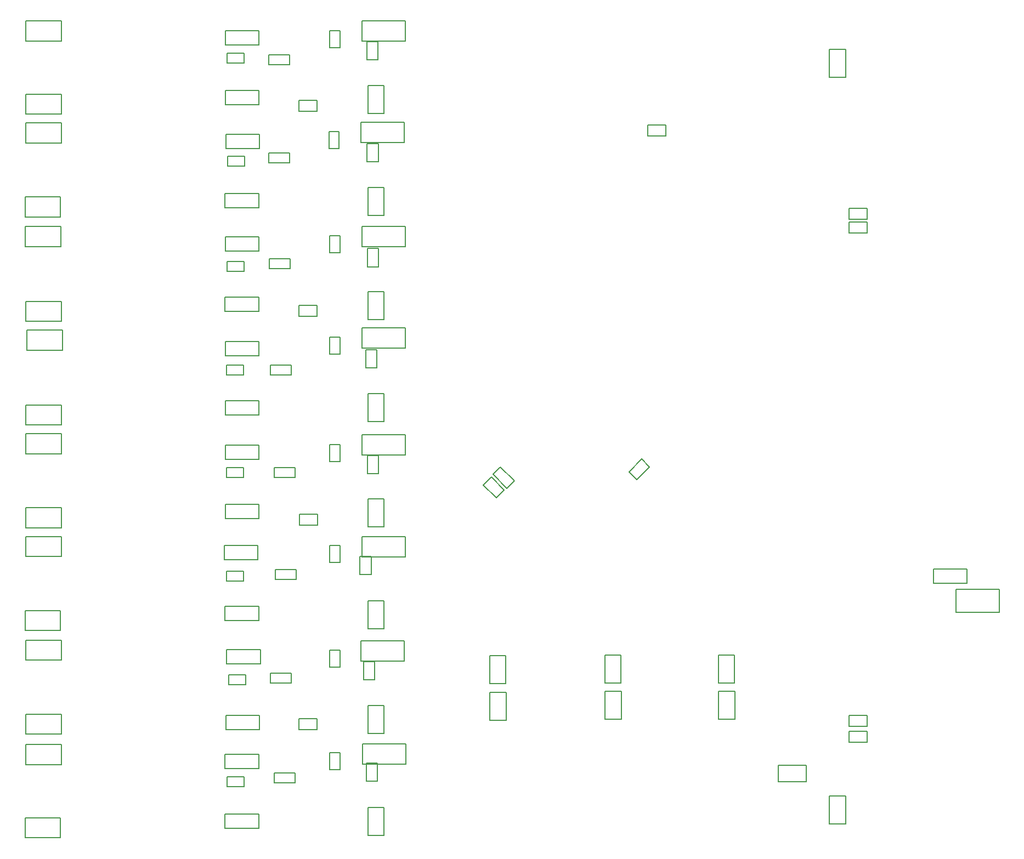
<source format=gbr>
%TF.GenerationSoftware,Altium Limited,Altium Designer,21.6.4 (81)*%
G04 Layer_Color=32768*
%FSLAX43Y43*%
%MOMM*%
%TF.SameCoordinates,95A2699C-722C-4572-8EE5-7BEA9F810E30*%
%TF.FilePolarity,Positive*%
%TF.FileFunction,Other,Bottom_Courtyard*%
%TF.Part,Single*%
G01*
G75*
%TA.AperFunction,NonConductor*%
%ADD94C,0.200*%
D94*
X-108117Y30174D02*
X-106417D01*
X-108117D02*
Y32974D01*
X-106417D01*
Y30174D02*
Y32974D01*
X-118113Y117982D02*
X-115313D01*
Y119682D01*
X-118113D02*
X-115313D01*
X-118113Y117982D02*
Y119682D01*
Y22478D02*
X-115313D01*
Y24178D01*
X-118113D02*
X-115313D01*
X-118113Y22478D02*
Y24178D01*
X-88149Y61923D02*
X-85992Y59766D01*
X-84825Y60933D01*
X-86982Y63090D02*
X-84825Y60933D01*
X-88149Y61923D02*
X-86982Y63090D01*
X-105832Y62022D02*
Y64822D01*
X-107532D02*
X-105832D01*
X-107532Y62022D02*
Y64822D01*
Y62022D02*
X-105832D01*
X-106038Y78338D02*
Y81138D01*
X-107738D02*
X-106038D01*
X-107738Y78338D02*
Y81138D01*
Y78338D02*
X-106038D01*
X-105794Y93996D02*
Y96796D01*
X-107494D02*
X-105794D01*
X-107494Y93996D02*
Y96796D01*
Y93996D02*
X-105794D01*
X-105844Y110187D02*
Y112987D01*
X-107544D02*
X-105844D01*
X-107544Y110187D02*
Y112987D01*
Y110187D02*
X-105844D01*
X-105903Y125939D02*
Y128739D01*
X-107603D02*
X-105903D01*
X-107603Y125939D02*
Y128739D01*
Y125939D02*
X-105903D01*
X-33150Y103045D02*
X-30350D01*
X-33150Y101345D02*
Y103045D01*
Y101345D02*
X-30350D01*
Y103045D01*
X-33150Y100886D02*
X-30350D01*
X-33150Y99186D02*
Y100886D01*
Y99186D02*
X-30350D01*
Y100886D01*
X-33150Y24686D02*
X-30350D01*
X-33150Y22986D02*
Y24686D01*
Y22986D02*
X-30350D01*
Y24686D01*
X-33150Y22273D02*
X-30350D01*
X-33150Y20573D02*
Y22273D01*
Y20573D02*
X-30350D01*
Y22273D01*
X-105979Y14514D02*
Y17314D01*
X-107679D02*
X-105979D01*
X-107679Y14514D02*
Y17314D01*
Y14514D02*
X-105979D01*
X-106943Y46431D02*
Y49231D01*
X-108643D02*
X-106943D01*
X-108643Y46431D02*
Y49231D01*
Y46431D02*
X-106943D01*
X-64265Y114172D02*
X-61465D01*
Y115872D01*
X-64265D02*
X-61465D01*
X-64265Y114172D02*
Y115872D01*
X-117986Y54101D02*
X-115186D01*
Y55801D01*
X-117986D02*
X-115186D01*
X-117986Y54101D02*
Y55801D01*
X-118113Y86359D02*
X-115313D01*
Y88059D01*
X-118113D02*
X-115313D01*
X-118113Y86359D02*
Y88059D01*
X-160359Y8876D02*
X-154879D01*
X-160359Y5776D02*
Y8876D01*
Y5776D02*
X-154879D01*
Y8876D01*
X-160232Y20179D02*
X-154752D01*
X-160232Y17079D02*
Y20179D01*
Y17079D02*
X-154752D01*
Y20179D01*
X-160232Y24878D02*
X-154752D01*
X-160232Y21778D02*
Y24878D01*
Y21778D02*
X-154752D01*
Y24878D01*
X-160359Y40880D02*
X-154879D01*
X-160359Y37780D02*
Y40880D01*
Y37780D02*
X-154879D01*
Y40880D01*
X-160232Y52310D02*
X-154752D01*
X-160232Y49210D02*
Y52310D01*
Y49210D02*
X-154752D01*
Y52310D01*
X-160232Y56755D02*
X-154752D01*
X-160232Y53655D02*
Y56755D01*
Y53655D02*
X-154752D01*
Y56755D01*
X-160232Y68185D02*
X-154752D01*
X-160232Y65085D02*
Y68185D01*
Y65085D02*
X-154752D01*
Y68185D01*
X-160220Y72630D02*
X-154740D01*
X-160220Y69530D02*
Y72630D01*
Y69530D02*
X-154740D01*
Y72630D01*
X-160093Y84187D02*
X-154613D01*
X-160093Y81087D02*
Y84187D01*
Y81087D02*
X-154613D01*
Y84187D01*
X-160220Y88632D02*
X-154740D01*
X-160220Y85532D02*
Y88632D01*
Y85532D02*
X-154740D01*
Y88632D01*
X-160347Y100189D02*
X-154867D01*
X-160347Y97089D02*
Y100189D01*
Y97089D02*
X-154867D01*
Y100189D01*
X-160359Y104761D02*
X-154879D01*
X-160359Y101661D02*
Y104761D01*
Y101661D02*
X-154879D01*
Y104761D01*
X-160220Y116191D02*
X-154740D01*
X-160220Y113091D02*
Y116191D01*
Y113091D02*
X-154740D01*
Y116191D01*
X-160220Y120636D02*
X-154740D01*
X-160220Y117536D02*
Y120636D01*
Y117536D02*
X-154740D01*
Y120636D01*
X-160220Y131939D02*
X-154740D01*
X-160220Y128839D02*
Y131939D01*
Y128839D02*
X-154740D01*
Y131939D01*
X-160220Y36308D02*
X-154740D01*
X-160220Y33208D02*
Y36308D01*
Y33208D02*
X-154740D01*
Y36308D01*
X-124273Y39373D02*
Y41573D01*
X-129473Y39373D02*
X-124273D01*
X-129473D02*
Y41573D01*
X-124273D01*
X-124400Y48771D02*
Y50971D01*
X-129600Y48771D02*
X-124400D01*
X-129600D02*
Y50971D01*
X-124400D01*
X-124176Y112271D02*
Y114471D01*
X-129376Y112271D02*
X-124176D01*
X-129376D02*
Y114471D01*
X-124176D01*
X-107426Y117694D02*
X-104918D01*
X-107426D02*
Y122002D01*
X-104918D01*
Y117694D02*
Y122002D01*
X-107426Y38065D02*
X-104918D01*
X-107426D02*
Y42373D01*
X-104918D01*
Y38065D02*
Y42373D01*
X-107426Y21936D02*
X-104918D01*
X-107426D02*
Y26244D01*
X-104918D01*
Y21936D02*
Y26244D01*
X-107426Y6188D02*
X-104918D01*
X-107426D02*
Y10496D01*
X-104918D01*
Y6188D02*
Y10496D01*
X-108252Y17196D02*
Y20316D01*
X-101552D01*
Y17196D02*
Y20316D01*
X-108252Y17196D02*
X-101552D01*
X-108506Y33071D02*
Y36191D01*
X-101806D01*
Y33071D02*
Y36191D01*
X-108506Y33071D02*
X-101806D01*
X-108379Y49200D02*
Y52320D01*
X-101679D01*
Y49200D02*
Y52320D01*
X-108379Y49200D02*
X-101679D01*
X-108379Y64948D02*
Y68068D01*
X-101679D01*
Y64948D02*
Y68068D01*
X-108379Y64948D02*
X-101679D01*
X-108379Y81458D02*
Y84578D01*
X-101679D01*
Y81458D02*
Y84578D01*
X-108379Y81458D02*
X-101679D01*
X-108379Y97079D02*
Y100199D01*
X-101679D01*
Y97079D02*
Y100199D01*
X-108379Y97079D02*
X-101679D01*
X-108506Y113208D02*
Y116328D01*
X-101806D01*
Y113208D02*
Y116328D01*
X-108506Y113208D02*
X-101806D01*
X-108379Y128829D02*
Y131949D01*
X-101679D01*
Y128829D02*
Y131949D01*
X-108379Y128829D02*
X-101679D01*
X-113297Y130425D02*
X-111747D01*
Y127813D02*
Y130425D01*
X-113297Y127813D02*
X-111747D01*
X-113297D02*
Y130425D01*
X-113424Y114896D02*
X-111874D01*
Y112284D02*
Y114896D01*
X-113424Y112284D02*
X-111874D01*
X-113424D02*
Y114896D01*
X-113297Y98767D02*
X-111747D01*
Y96155D02*
Y98767D01*
X-113297Y96155D02*
X-111747D01*
X-113297D02*
Y98767D01*
Y83146D02*
X-111747D01*
Y80534D02*
Y83146D01*
X-113297Y80534D02*
X-111747D01*
X-113297D02*
Y83146D01*
Y66544D02*
X-111747D01*
Y63932D02*
Y66544D01*
X-113297Y63932D02*
X-111747D01*
X-113297D02*
Y66544D01*
Y50923D02*
X-111747D01*
Y48311D02*
Y50923D01*
X-113297Y48311D02*
X-111747D01*
X-113297D02*
Y50923D01*
Y18919D02*
X-111747D01*
Y16307D02*
Y18919D01*
X-113297Y16307D02*
X-111747D01*
X-113297D02*
Y18919D01*
X-118669Y14298D02*
Y15848D01*
X-121869Y14298D02*
X-118669D01*
X-121869D02*
Y15848D01*
X-118669D01*
X-119304Y29665D02*
Y31215D01*
X-122504Y29665D02*
X-119304D01*
X-122504D02*
Y31215D01*
X-119304D01*
X-118542Y45667D02*
Y47217D01*
X-121742Y45667D02*
X-118542D01*
X-121742D02*
Y47217D01*
X-118542D01*
X-118669Y61415D02*
Y62965D01*
X-121869Y61415D02*
X-118669D01*
X-121869D02*
Y62965D01*
X-118669D01*
X-119304Y77290D02*
Y78840D01*
X-122504Y77290D02*
X-119304D01*
X-122504D02*
Y78840D01*
X-119304D01*
X-119465Y93673D02*
Y95223D01*
X-122665Y93673D02*
X-119465D01*
X-122665D02*
Y95223D01*
X-119465D01*
X-119558Y110056D02*
Y111606D01*
X-122758Y110056D02*
X-119558D01*
X-122758D02*
Y111606D01*
X-119558D01*
X-124243Y128273D02*
Y130473D01*
X-129443Y128273D02*
X-124243D01*
X-129443D02*
Y130473D01*
X-124243D01*
X-126583Y125423D02*
Y126973D01*
X-129195Y125423D02*
X-126583D01*
X-129195D02*
Y126973D01*
X-126583D01*
X-126496Y109548D02*
Y111098D01*
X-129108Y109548D02*
X-126496D01*
X-129108D02*
Y111098D01*
X-126496D01*
X-124273Y103127D02*
Y105327D01*
X-129473Y103127D02*
X-124273D01*
X-129473D02*
Y105327D01*
X-124273D01*
X-124243Y96396D02*
Y98596D01*
X-129443Y96396D02*
X-124243D01*
X-129443D02*
Y98596D01*
X-124243D01*
X-124273Y87125D02*
Y89325D01*
X-129473Y87125D02*
X-124273D01*
X-129473D02*
Y89325D01*
X-124273D01*
X-126583Y93292D02*
Y94842D01*
X-129195Y93292D02*
X-126583D01*
X-129195D02*
Y94842D01*
X-126583D01*
X-124243Y71123D02*
Y73323D01*
X-129443Y71123D02*
X-124243D01*
X-129443D02*
Y73323D01*
X-124243D01*
Y80267D02*
Y82467D01*
X-129443Y80267D02*
X-124243D01*
X-129443D02*
Y82467D01*
X-124243D01*
X-126623Y77290D02*
Y78840D01*
X-129235Y77290D02*
X-126623D01*
X-129235D02*
Y78840D01*
X-126623D01*
X-124243Y55121D02*
Y57321D01*
X-129443Y55121D02*
X-124243D01*
X-129443D02*
Y57321D01*
X-124243D01*
Y64265D02*
Y66465D01*
X-129443Y64265D02*
X-124243D01*
X-129443D02*
Y66465D01*
X-124243D01*
X-126623Y61415D02*
Y62965D01*
X-129235Y61415D02*
X-126623D01*
X-129235D02*
Y62965D01*
X-126623D01*
X-124146Y22482D02*
Y24682D01*
X-129346Y22482D02*
X-124146D01*
X-129346D02*
Y24682D01*
X-124146D01*
X-124273Y16513D02*
Y18713D01*
X-129473Y16513D02*
X-124273D01*
X-129473D02*
Y18713D01*
X-124273D01*
X-126583Y13663D02*
Y15213D01*
X-129195Y13663D02*
X-126583D01*
X-129195D02*
Y15213D01*
X-126583D01*
X-89602Y60293D02*
X-87622Y58313D01*
X-86420Y59515D01*
X-88400Y61495D02*
X-86420Y59515D01*
X-89602Y60293D02*
X-88400Y61495D01*
X-67123Y62309D02*
X-65921Y61107D01*
X-67123Y62309D02*
X-65143Y64289D01*
X-63941Y63087D01*
X-65921Y61107D02*
X-63941Y63087D01*
X-70850Y29683D02*
X-68342D01*
X-70850D02*
Y33991D01*
X-68342D01*
Y29683D02*
Y33991D01*
X-53348Y24096D02*
X-50792D01*
X-53348D02*
Y28402D01*
X-50792D01*
Y24096D02*
Y28402D01*
X-88654Y23969D02*
X-86098D01*
X-88654D02*
Y28275D01*
X-86098D01*
Y23969D02*
Y28275D01*
X-70874Y24096D02*
X-68318D01*
X-70874D02*
Y28402D01*
X-68318D01*
Y24096D02*
Y28402D01*
X-44064Y14454D02*
Y16962D01*
X-39756D01*
Y14454D02*
Y16962D01*
X-44064Y14454D02*
X-39756D01*
X-9985Y40578D02*
Y44178D01*
X-16685Y40578D02*
X-9985D01*
X-16685D02*
Y44178D01*
X-9985D01*
X-20126Y45088D02*
Y47288D01*
X-14926D01*
Y45088D02*
Y47288D01*
X-20126Y45088D02*
X-14926D01*
X-86122Y29648D02*
Y33956D01*
X-88630D02*
X-86122D01*
X-88630Y29648D02*
Y33956D01*
Y29648D02*
X-86122D01*
X-50816Y29683D02*
Y33991D01*
X-53324D02*
X-50816D01*
X-53324Y29683D02*
Y33991D01*
Y29683D02*
X-50816D01*
X-36179Y127590D02*
X-33671D01*
Y123282D02*
Y127590D01*
X-36179Y123282D02*
X-33671D01*
X-36179D02*
Y127590D01*
X-33671Y7966D02*
Y12274D01*
X-36179D02*
X-33671D01*
X-36179Y7966D02*
Y12274D01*
Y7966D02*
X-33671D01*
X-104918Y101946D02*
Y106254D01*
X-107426D02*
X-104918D01*
X-107426Y101946D02*
Y106254D01*
Y101946D02*
X-104918D01*
Y85817D02*
Y90125D01*
X-107426D02*
X-104918D01*
X-107426Y85817D02*
Y90125D01*
Y85817D02*
X-104918D01*
Y70069D02*
Y74377D01*
X-107426D02*
X-104918D01*
X-107426Y70069D02*
Y74377D01*
Y70069D02*
X-104918D01*
Y53813D02*
Y58121D01*
X-107426D02*
X-104918D01*
X-107426Y53813D02*
Y58121D01*
Y53813D02*
X-104918D01*
X-113297Y32147D02*
Y34759D01*
Y32147D02*
X-111747D01*
Y34759D01*
X-113297D02*
X-111747D01*
X-122758Y126719D02*
X-119558D01*
X-122758Y125169D02*
Y126719D01*
Y125169D02*
X-119558D01*
Y126719D01*
X-129219Y34842D02*
X-124019D01*
X-129219Y32642D02*
Y34842D01*
Y32642D02*
X-124019D01*
Y34842D01*
X-128941Y30961D02*
X-126329D01*
X-128941Y29411D02*
Y30961D01*
Y29411D02*
X-126329D01*
Y30961D01*
X-129473Y9442D02*
X-124273D01*
X-129473Y7242D02*
Y9442D01*
Y7242D02*
X-124273D01*
Y9442D01*
X-129235Y46963D02*
X-126623D01*
X-129235Y45413D02*
Y46963D01*
Y45413D02*
X-126623D01*
Y46963D01*
X-129443Y121202D02*
X-124243D01*
X-129443Y119002D02*
Y121202D01*
Y119002D02*
X-124243D01*
Y121202D01*
%TF.MD5,6a63755c2279d806d7b5e54417b32c24*%
M02*

</source>
